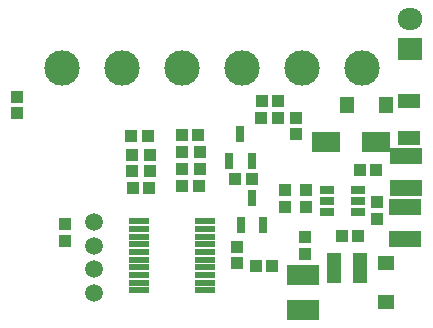
<source format=gbs>
G04*
G04 #@! TF.GenerationSoftware,Altium Limited,Altium Designer,21.0.8 (223)*
G04*
G04 Layer_Color=16711935*
%FSTAX24Y24*%
%MOIN*%
G70*
G04*
G04 #@! TF.SameCoordinates,54288C87-6C50-4DCC-9232-1D79D91570B4*
G04*
G04*
G04 #@! TF.FilePolarity,Negative*
G04*
G01*
G75*
%ADD16R,0.0434X0.0395*%
%ADD17C,0.1180*%
%ADD18C,0.0592*%
%ADD19R,0.0830X0.0730*%
%ADD20O,0.0830X0.0730*%
%ADD34R,0.0480X0.1040*%
%ADD40R,0.1104X0.0552*%
%ADD41R,0.0395X0.0434*%
%ADD42R,0.0316X0.0533*%
%ADD43R,0.0690X0.0198*%
%ADD44R,0.0474X0.0552*%
%ADD45R,0.0946X0.0671*%
%ADD46R,0.0769X0.0513*%
%ADD47R,0.0552X0.0474*%
%ADD48R,0.1104X0.0671*%
%ADD49R,0.0474X0.0316*%
D16*
X063872Y048786D02*
D03*
Y049338D02*
D03*
X067701Y046867D02*
D03*
Y047418D02*
D03*
X069364Y047497D02*
D03*
Y046946D02*
D03*
X069964Y047487D02*
D03*
Y046936D02*
D03*
X07587Y045824D02*
D03*
Y045273D02*
D03*
X072809Y045676D02*
D03*
Y046227D02*
D03*
X073498Y045676D02*
D03*
Y046227D02*
D03*
X065476Y045086D02*
D03*
Y044535D02*
D03*
X073484Y044111D02*
D03*
Y044662D02*
D03*
X071214Y044338D02*
D03*
Y043786D02*
D03*
X068311Y047409D02*
D03*
Y046857D02*
D03*
X073173Y048088D02*
D03*
Y048639D02*
D03*
D17*
X071394Y050312D02*
D03*
X073394D02*
D03*
X075394D02*
D03*
X067394D02*
D03*
X065394D02*
D03*
X069394D02*
D03*
D18*
X066431Y045164D02*
D03*
Y044377D02*
D03*
Y04359D02*
D03*
Y042802D02*
D03*
D19*
X076962Y050929D02*
D03*
D20*
Y051939D02*
D03*
D34*
X075296Y043619D02*
D03*
X074456D02*
D03*
D40*
X076842Y04631D02*
D03*
Y047373D02*
D03*
X076823Y045676D02*
D03*
Y044613D02*
D03*
D41*
X06773Y046306D02*
D03*
X068281D02*
D03*
X067691Y048038D02*
D03*
X068242D02*
D03*
X072583Y04919D02*
D03*
X072031D02*
D03*
X071146Y046592D02*
D03*
X071697D02*
D03*
X069925Y048058D02*
D03*
X069374D02*
D03*
X069945Y046385D02*
D03*
X069394D02*
D03*
X072386Y043718D02*
D03*
X071835D02*
D03*
X07525Y044692D02*
D03*
X074699D02*
D03*
X07585Y046907D02*
D03*
X075299D02*
D03*
X072022Y048639D02*
D03*
X072573D02*
D03*
D42*
X071697Y047212D02*
D03*
X070949D02*
D03*
X071323Y048098D02*
D03*
X072081Y045076D02*
D03*
X071333D02*
D03*
X071707Y045962D02*
D03*
D43*
X067957Y045194D02*
D03*
Y044938D02*
D03*
Y044682D02*
D03*
Y044426D02*
D03*
Y04417D02*
D03*
Y043914D02*
D03*
Y043659D02*
D03*
Y043403D02*
D03*
Y043147D02*
D03*
Y042891D02*
D03*
X070161D02*
D03*
Y043147D02*
D03*
Y043403D02*
D03*
Y043659D02*
D03*
Y043914D02*
D03*
Y04417D02*
D03*
Y044426D02*
D03*
Y044682D02*
D03*
Y044938D02*
D03*
Y045194D02*
D03*
D44*
X074885Y049072D02*
D03*
X076186D02*
D03*
D45*
X074187Y047842D02*
D03*
X07584D02*
D03*
D46*
X076929Y049188D02*
D03*
Y047968D02*
D03*
D47*
X076175Y042496D02*
D03*
Y043796D02*
D03*
D48*
X073419Y042231D02*
D03*
Y043412D02*
D03*
D49*
X07524Y045489D02*
D03*
Y045863D02*
D03*
Y046237D02*
D03*
X074216D02*
D03*
Y045863D02*
D03*
Y045489D02*
D03*
M02*

</source>
